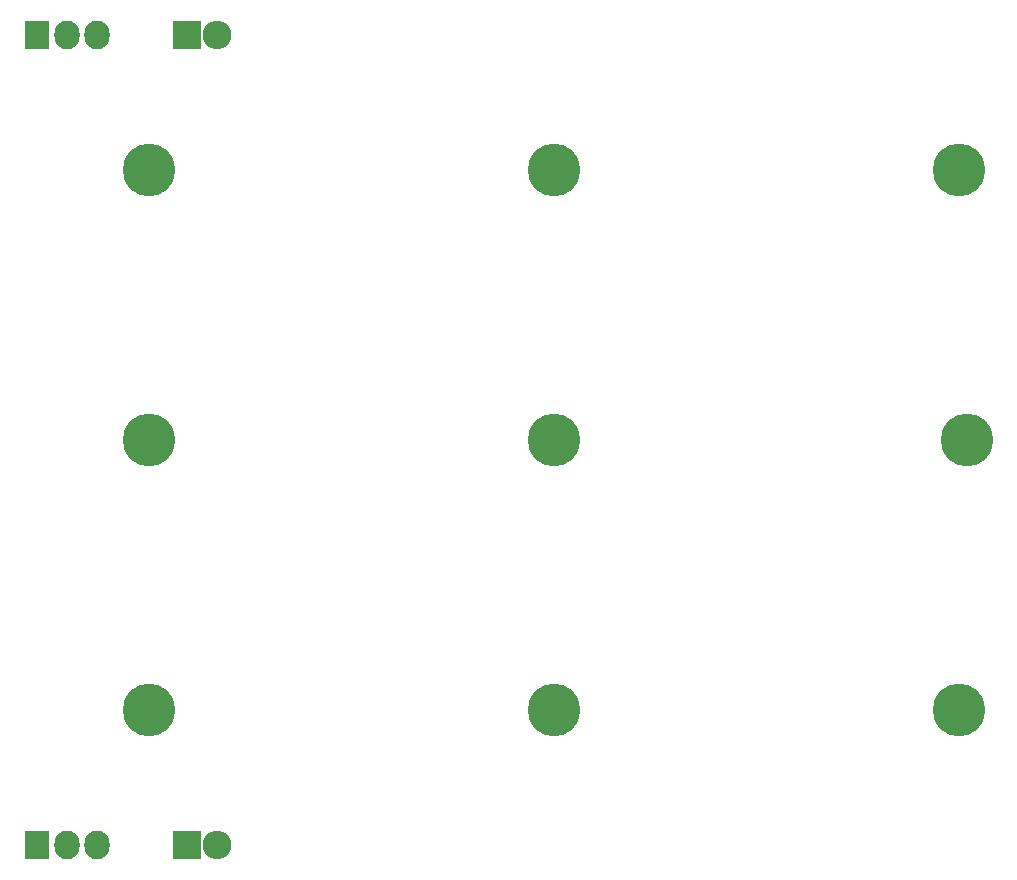
<source format=gbs>
G04 #@! TF.FileFunction,Soldermask,Bot*
%FSLAX46Y46*%
G04 Gerber Fmt 4.6, Leading zero omitted, Abs format (unit mm)*
G04 Created by KiCad (PCBNEW 4.0.2+e4-6225~38~ubuntu15.10.1-stable) date Sat 25 Jun 2016 03:23:57 PM EDT*
%MOMM*%
G01*
G04 APERTURE LIST*
%ADD10C,0.100000*%
%ADD11R,2.432000X2.432000*%
%ADD12O,2.432000X2.432000*%
%ADD13R,2.127200X2.432000*%
%ADD14O,2.127200X2.432000*%
%ADD15C,4.464000*%
G04 APERTURE END LIST*
D10*
D11*
X14605000Y80010000D03*
D12*
X17145000Y80010000D03*
D13*
X1905000Y80010000D03*
D14*
X4445000Y80010000D03*
X6985000Y80010000D03*
D13*
X1905000Y11430000D03*
D14*
X4445000Y11430000D03*
X6985000Y11430000D03*
D11*
X14605000Y11430000D03*
D12*
X17145000Y11430000D03*
D15*
X45720000Y68580000D03*
X80010000Y68580000D03*
X11430000Y68580000D03*
X45720000Y45720000D03*
X45720000Y22860000D03*
X80645000Y45720000D03*
X80010000Y22860000D03*
X11430000Y22860000D03*
X11430000Y45720000D03*
M02*

</source>
